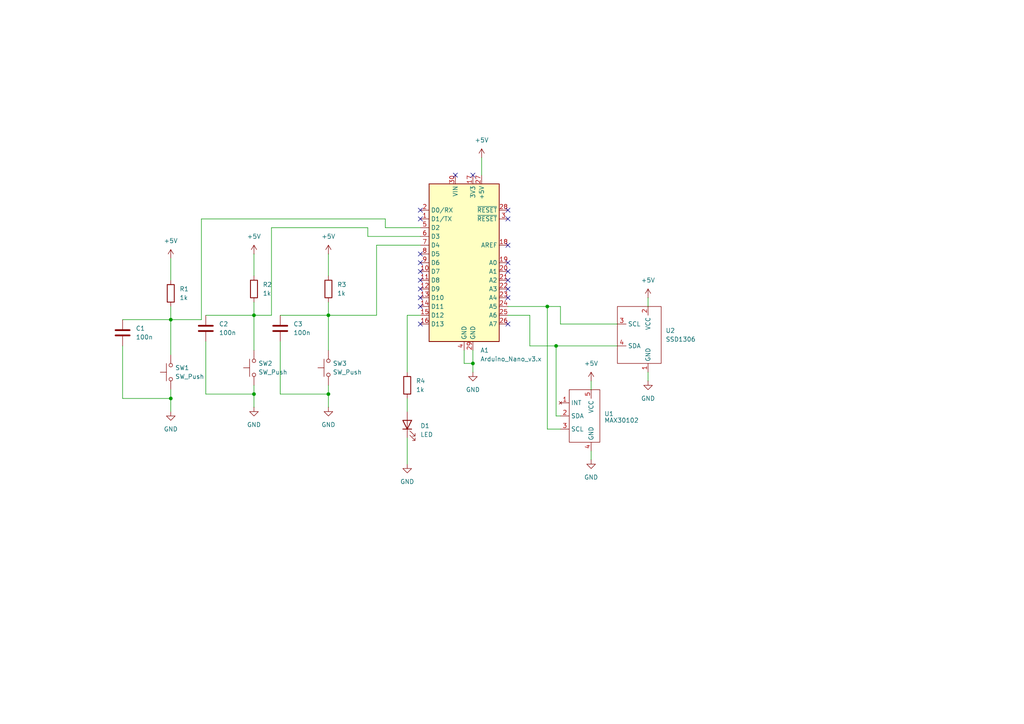
<source format=kicad_sch>
(kicad_sch (version 20250114) (generator "eeschema") (generator_version "9.0")
  (paper "A4")
  (lib_symbols
    (symbol "Device:C" (pin_numbers (hide yes)) (pin_names (offset 0.254))
      (property "Reference" "C" (at 0.635 2.54 0))
      (property "Value" "C" (at 0.635 -2.54 0))
      (symbol "C_0_1"
        (polyline (pts (xy -2.032 0.762) (xy 2.032 0.762)) (stroke (width 0.508)))
        (polyline (pts (xy -2.032 -0.762) (xy 2.032 -0.762)) (stroke (width 0.508)))
      )
      (symbol "C_1_1"
        (pin passive line (at 0 3.81 270) (length 2.794) (name "~") (number "1"))
        (pin passive line (at 0 -3.81 90) (length 2.794) (name "~") (number "2"))
      )
    )
    (symbol "Device:LED" (pin_numbers (hide yes)) (pin_names (offset 1.016) (hide yes))
      (property "Reference" "D" (at 0 2.54 0))
      (property "Value" "LED" (at 0 -2.54 0))
      (symbol "LED_0_1"
        (polyline (pts (xy -3.048 -0.762) (xy -4.572 -2.286) (xy -3.81 -2.286) (xy -4.572 -2.286) (xy -4.572 -1.524)))
        (polyline (pts (xy -1.778 -0.762) (xy -3.302 -2.286) (xy -2.54 -2.286) (xy -3.302 -2.286) (xy -3.302 -1.524)))
        (polyline (pts (xy -1.27 0) (xy 1.27 0)))
        (polyline (pts (xy -1.27 -1.27) (xy -1.27 1.27)) (stroke (width 0.254)))
        (polyline (pts (xy 1.27 -1.27) (xy 1.27 1.27) (xy -1.27 0) (xy 1.27 -1.27)) (stroke (width 0.254)))
      )
      (symbol "LED_1_1"
        (pin passive line (at -3.81 0 0) (length 2.54) (name "K") (number "1"))
        (pin passive line (at 3.81 0 180) (length 2.54) (name "A") (number "2"))
      )
    )
    (symbol "Device:R" (pin_numbers (hide yes)) (pin_names (offset 0))
      (property "Reference" "R" (at 2.032 0 90))
      (property "Value" "R" (at 0 0 90))
      (symbol "R_0_1"
        (rectangle (start -1.016 -2.54) (end 1.016 2.54) (stroke (width 0.254)))
      )
      (symbol "R_1_1"
        (pin passive line (at 0 3.81 270) (length 1.27) (name "~") (number "1"))
        (pin passive line (at 0 -3.81 90) (length 1.27) (name "~") (number "2"))
      )
    )
    (symbol "MCU_Module:Arduino_Nano_v3.x"
      (property "Reference" "A" (at -10.16 23.495 0))
      (property "Value" "Arduino_Nano_v3.x" (at 5.08 -24.13 0))
      (symbol "Arduino_Nano_v3.x_0_1"
        (rectangle (start -10.16 22.86) (end 10.16 -22.86) (stroke (width 0.254)) (fill (type background)))
      )
      (symbol "Arduino_Nano_v3.x_1_1"
        (pin bidirectional line (at -12.7 15.24 0) (length 2.54) (name "D0/RX") (number "2"))
        (pin bidirectional line (at -12.7 12.7 0) (length 2.54) (name "D1/TX") (number "1"))
        (pin bidirectional line (at -12.7 10.16 0) (length 2.54) (name "D2") (number "5"))
        (pin bidirectional line (at -12.7 7.62 0) (length 2.54) (name "D3") (number "6"))
        (pin bidirectional line (at -12.7 5.08 0) (length 2.54) (name "D4") (number "7"))
        (pin bidirectional line (at -12.7 2.54 0) (length 2.54) (name "D5") (number "8"))
        (pin bidirectional line (at -12.7 0 0) (length 2.54) (name "D6") (number "9"))
        (pin bidirectional line (at -12.7 -2.54 0) (length 2.54) (name "D7") (number "10"))
        (pin bidirectional line (at -12.7 -5.08 0) (length 2.54) (name "D8") (number "11"))
        (pin bidirectional line (at -12.7 -7.62 0) (length 2.54) (name "D9") (number "12"))
        (pin bidirectional line (at -12.7 -10.16 0) (length 2.54) (name "D10") (number "13"))
        (pin bidirectional line (at -12.7 -12.7 0) (length 2.54) (name "D11") (number "14"))
        (pin bidirectional line (at -12.7 -15.24 0) (length 2.54) (name "D12") (number "15"))
        (pin bidirectional line (at -12.7 -17.78 0) (length 2.54) (name "D13") (number "16"))
        (pin power_in line (at -2.54 25.4 270) (length 2.54) (name "VIN") (number "30"))
        (pin power_in line (at 0 -25.4 90) (length 2.54) (name "GND") (number "4"))
        (pin power_out line (at 2.54 25.4 270) (length 2.54) (name "3V3") (number "17"))
        (pin power_in line (at 2.54 -25.4 90) (length 2.54) (name "GND") (number "29"))
        (pin power_out line (at 5.08 25.4 270) (length 2.54) (name "+5V") (number "27"))
        (pin input line (at 12.7 15.24 180) (length 2.54) (name "~{RESET}") (number "28"))
        (pin input line (at 12.7 12.7 180) (length 2.54) (name "~{RESET}") (number "3"))
        (pin input line (at 12.7 5.08 180) (length 2.54) (name "AREF") (number "18"))
        (pin bidirectional line (at 12.7 0 180) (length 2.54) (name "A0") (number "19"))
        (pin bidirectional line (at 12.7 -2.54 180) (length 2.54) (name "A1") (number "20"))
        (pin bidirectional line (at 12.7 -5.08 180) (length 2.54) (name "A2") (number "21"))
        (pin bidirectional line (at 12.7 -7.62 180) (length 2.54) (name "A3") (number "22"))
        (pin bidirectional line (at 12.7 -10.16 180) (length 2.54) (name "A4") (number "23"))
        (pin bidirectional line (at 12.7 -12.7 180) (length 2.54) (name "A5") (number "24"))
        (pin bidirectional line (at 12.7 -15.24 180) (length 2.54) (name "A6") (number "25"))
        (pin bidirectional line (at 12.7 -17.78 180) (length 2.54) (name "A7") (number "26"))
      )
    )
    (symbol "Switch:SW_Push" (pin_numbers (hide yes)) (pin_names (offset 1.016) (hide yes))
      (property "Reference" "SW" (at 1.27 2.54 0))
      (property "Value" "SW_Push" (at 0 -1.524 0))
      (symbol "SW_Push_0_1"
        (circle (center -2.032 0) (radius 0.508))
        (polyline (pts (xy 0 1.27) (xy 0 3.048)))
        (circle (center 2.032 0) (radius 0.508))
        (polyline (pts (xy 2.54 1.27) (xy -2.54 1.27)))
        (pin passive line (at -5.08 0 0) (length 2.54) (name "1") (number "1"))
        (pin passive line (at 5.08 0 180) (length 2.54) (name "2") (number "2"))
      )
    )
    (symbol "power:+5V" (power) (pin_numbers (hide yes)) (pin_names (offset 0) (hide yes))
      (property "Value" "+5V" (at 0 3.556 0))
      (symbol "+5V_0_1"
        (polyline (pts (xy -0.762 1.27) (xy 0 2.54)))
        (polyline (pts (xy 0 2.54) (xy 0.762 1.27)))
        (polyline (pts (xy 0 0) (xy 0 2.54)))
      )
      (symbol "+5V_1_1"
        (pin power_in line (at 0 0 90) (length 0) (name "~") (number "1"))
      )
    )
    (symbol "power:GND" (power) (pin_numbers (hide yes)) (pin_names (offset 0) (hide yes))
      (property "Value" "GND" (at 0 -3.81 0))
      (symbol "GND_0_1"
        (polyline (pts (xy 0 0) (xy 0 -1.27) (xy 1.27 -1.27) (xy 0 -2.54) (xy -1.27 -1.27) (xy 0 -1.27)))
      )
      (symbol "GND_1_1"
        (pin power_in line (at 0 0 270) (length 0) (name "~") (number "1"))
      )
    )
    (symbol "spo2:MAX30102_Module"
      (property "Reference" "U" (at 0 0 0))
      (symbol "MAX30102_Module_0_1"
        (rectangle (start -3.81 7.62) (end 5.08 -7.62))
      )
      (symbol "MAX30102_Module_1_1"
        (pin no_connect line (at -6.35 3.81 0) (length 2.54) (name "INT") (number "1"))
        (pin bidirectional line (at -6.35 0 0) (length 2.54) (name "SDA") (number "2"))
        (pin input line (at -6.35 -3.81 0) (length 2.54) (name "SCL") (number "3"))
        (pin power_in line (at 2.54 7.62 270) (length 2.54) (name "VCC") (number "5"))
        (pin power_in line (at 2.54 -10.16 90) (length 2.54) (name "GND") (number "4"))
      )
    )
    (symbol "spo2:SSD1306"
      (property "Reference" "U" (at 0 0 0))
      (property "Value" "SSD1306" (at 11.43 -0.508 0))
      (symbol "SSD1306_0_1"
        (rectangle (start -6.35 7.62) (end 6.35 -8.89))
      )
      (symbol "SSD1306_1_1"
        (pin input line (at -6.35 2.54 0) (length 2.54) (name "SCL") (number "3"))
        (pin bidirectional line (at -6.35 -3.81 0) (length 2.54) (name "SDA") (number "4"))
        (pin power_in line (at 2.54 7.62 270) (length 2.54) (name "VCC") (number "2"))
        (pin power_in line (at 2.54 -11.43 90) (length 2.54) (name "GND") (number "1"))
      )
    )
  )
  (junction (at 95.25 114.3))
  (junction (at 73.66 114.3))
  (junction (at 95.25 91.44))
  (junction (at 49.53 92.71))
  (junction (at 161.29 100.33))
  (junction (at 73.66 91.44))
  (junction (at 158.75 88.9))
  (junction (at 49.53 115.57))
  (junction (at 137.16 105.41))
  (no_connect (at 121.92 73.66))
  (no_connect (at 137.16 50.8))
  (no_connect (at 121.92 81.28))
  (no_connect (at 147.32 86.36))
  (no_connect (at 121.92 63.5))
  (no_connect (at 121.92 93.98))
  (no_connect (at 147.32 93.98))
  (no_connect (at 121.92 83.82))
  (no_connect (at 132.08 50.8))
  (no_connect (at 147.32 71.12))
  (no_connect (at 121.92 60.96))
  (no_connect (at 121.92 76.2))
  (no_connect (at 147.32 83.82))
  (no_connect (at 147.32 81.28))
  (no_connect (at 147.32 78.74))
  (no_connect (at 147.32 60.96))
  (no_connect (at 121.92 88.9))
  (no_connect (at 121.92 86.36))
  (no_connect (at 147.32 63.5))
  (no_connect (at 121.92 78.74))
  (no_connect (at 147.32 76.2))
  (wire (pts (xy 78.74 91.44) (xy 78.74 66.04)))
  (wire (pts (xy 59.69 91.44) (xy 73.66 91.44)))
  (wire (pts (xy 73.66 91.44) (xy 78.74 91.44)))
  (wire (pts (xy 73.66 73.66) (xy 73.66 80.01)))
  (wire (pts (xy 111.76 63.5) (xy 111.76 66.04)))
  (wire (pts (xy 49.53 74.93) (xy 49.53 81.28)))
  (wire (pts (xy 118.11 107.95) (xy 118.11 91.44)))
  (wire (pts (xy 49.53 88.9) (xy 49.53 92.71)))
  (wire (pts (xy 158.75 88.9) (xy 162.56 88.9)))
  (wire (pts (xy 171.45 130.81) (xy 171.45 133.35)))
  (wire (pts (xy 162.56 124.46) (xy 158.75 124.46)))
  (wire (pts (xy 187.96 107.95) (xy 187.96 110.49)))
  (wire (pts (xy 95.25 114.3) (xy 95.25 118.11)))
  (wire (pts (xy 161.29 120.65) (xy 161.29 100.33)))
  (wire (pts (xy 73.66 111.76) (xy 73.66 114.3)))
  (wire (pts (xy 118.11 127) (xy 118.11 134.62)))
  (wire (pts (xy 95.25 91.44) (xy 109.22 91.44)))
  (wire (pts (xy 109.22 91.44) (xy 109.22 71.12)))
  (wire (pts (xy 81.28 99.06) (xy 81.28 114.3)))
  (wire (pts (xy 59.69 114.3) (xy 73.66 114.3)))
  (wire (pts (xy 81.28 114.3) (xy 95.25 114.3)))
  (wire (pts (xy 35.56 92.71) (xy 49.53 92.71)))
  (wire (pts (xy 153.67 91.44) (xy 153.67 100.33)))
  (wire (pts (xy 139.7 45.72) (xy 139.7 50.8)))
  (wire (pts (xy 58.42 63.5) (xy 111.76 63.5)))
  (wire (pts (xy 49.53 113.03) (xy 49.53 115.57)))
  (wire (pts (xy 95.25 87.63) (xy 95.25 91.44)))
  (wire (pts (xy 162.56 93.98) (xy 179.07 93.98)))
  (wire (pts (xy 78.74 66.04) (xy 106.68 66.04)))
  (wire (pts (xy 73.66 114.3) (xy 73.66 118.11)))
  (wire (pts (xy 95.25 111.76) (xy 95.25 114.3)))
  (wire (pts (xy 95.25 91.44) (xy 95.25 101.6)))
  (wire (pts (xy 81.28 91.44) (xy 95.25 91.44)))
  (wire (pts (xy 35.56 115.57) (xy 49.53 115.57)))
  (wire (pts (xy 187.96 86.36) (xy 187.96 88.9)))
  (wire (pts (xy 49.53 92.71) (xy 58.42 92.71)))
  (wire (pts (xy 59.69 99.06) (xy 59.69 114.3)))
  (wire (pts (xy 106.68 66.04) (xy 106.68 68.58)))
  (wire (pts (xy 134.62 101.6) (xy 134.62 105.41)))
  (wire (pts (xy 111.76 66.04) (xy 121.92 66.04)))
  (wire (pts (xy 147.32 91.44) (xy 153.67 91.44)))
  (wire (pts (xy 134.62 105.41) (xy 137.16 105.41)))
  (wire (pts (xy 162.56 88.9) (xy 162.56 93.98)))
  (wire (pts (xy 49.53 92.71) (xy 49.53 102.87)))
  (wire (pts (xy 109.22 71.12) (xy 121.92 71.12)))
  (wire (pts (xy 58.42 92.71) (xy 58.42 63.5)))
  (wire (pts (xy 137.16 101.6) (xy 137.16 105.41)))
  (wire (pts (xy 95.25 73.66) (xy 95.25 80.01)))
  (wire (pts (xy 118.11 91.44) (xy 121.92 91.44)))
  (wire (pts (xy 158.75 124.46) (xy 158.75 88.9)))
  (wire (pts (xy 161.29 100.33) (xy 179.07 100.33)))
  (wire (pts (xy 73.66 87.63) (xy 73.66 91.44)))
  (wire (pts (xy 73.66 91.44) (xy 73.66 101.6)))
  (wire (pts (xy 171.45 110.49) (xy 171.45 113.03)))
  (wire (pts (xy 49.53 115.57) (xy 49.53 119.38)))
  (wire (pts (xy 153.67 100.33) (xy 161.29 100.33)))
  (wire (pts (xy 147.32 88.9) (xy 158.75 88.9)))
  (wire (pts (xy 35.56 100.33) (xy 35.56 115.57)))
  (wire (pts (xy 118.11 115.57) (xy 118.11 119.38)))
  (wire (pts (xy 106.68 68.58) (xy 121.92 68.58)))
  (wire (pts (xy 162.56 120.65) (xy 161.29 120.65)))
  (wire (pts (xy 137.16 105.41) (xy 137.16 107.95)))
  (symbol (lib_id "spo2:MAX30102_Module") (at 168.91 120.65 0) (unit 1)
    (property "Reference" "U1" (at 175.26 120.0149 0) (effects (justify left)))
    (property "Value" "MAX30102" (at 175.26 121.92 0) (effects (justify left)))
  )
  (symbol (lib_id "power:+5V") (at 187.96 86.36 0) (unit 1)
    (property "Reference" "#PWR013" (effects (hide yes)))
    (property "Value" "+5V" (at 187.96 81.28 0))
    (property "Description" "Power symbol creates a global label with name \"+5V\"" (effects (hide yes)))
  )
  (symbol (lib_id "power:GND") (at 118.11 134.62 0) (unit 1)
    (property "Reference" "#PWR09" (effects (hide yes)))
    (property "Value" "GND" (at 118.11 139.7 0))
    (property "Description" "Power symbol creates a global label with name \"GND\" , ground" (effects (hide yes)))
  )
  (symbol (lib_id "Switch:SW_Push") (at 73.66 106.68 90) (unit 1)
    (property "Reference" "SW2" (at 74.93 105.4099 90) (effects (justify right)))
    (property "Value" "SW_Push" (at 74.93 107.9499 90) (effects (justify right)))
    (property "Description" "Push button switch, generic, two pins" (effects (hide yes)))
  )
  (symbol (lib_id "spo2:SSD1306") (at 185.42 96.52 0) (unit 1)
    (property "Reference" "U2" (at 193.04 95.8849 0) (effects (justify left)))
    (property "Value" "SSD1306" (at 193.04 98.4249 0) (effects (justify left)))
  )
  (symbol (lib_id "power:GND") (at 187.96 110.49 0) (unit 1)
    (property "Reference" "#PWR011" (effects (hide yes)))
    (property "Value" "GND" (at 187.96 115.57 0))
    (property "Description" "Power symbol creates a global label with name \"GND\" , ground" (effects (hide yes)))
  )
  (symbol (lib_id "Device:R") (at 95.25 83.82 0) (unit 1)
    (property "Reference" "R3" (at 97.79 82.5499 0) (effects (justify left)))
    (property "Value" "1k" (at 97.79 85.0899 0) (effects (justify left)))
    (property "Description" "Resistor" (effects (hide yes)))
  )
  (symbol (lib_id "Device:R") (at 73.66 83.82 0) (unit 1)
    (property "Reference" "R2" (at 76.2 82.5499 0) (effects (justify left)))
    (property "Value" "1k" (at 76.2 85.0899 0) (effects (justify left)))
    (property "Description" "Resistor" (effects (hide yes)))
  )
  (symbol (lib_id "Device:C") (at 59.69 95.25 0) (unit 1)
    (property "Reference" "C2" (at 63.5 93.9799 0) (effects (justify left)))
    (property "Value" "100n" (at 63.5 96.5199 0) (effects (justify left)))
    (property "Description" "Unpolarized capacitor" (effects (hide yes)))
  )
  (symbol (lib_id "MCU_Module:Arduino_Nano_v3.x") (at 134.62 76.2 0) (unit 1)
    (property "Reference" "A1" (at 139.3033 101.6 0) (effects (justify left)))
    (property "Value" "Arduino_Nano_v3.x" (at 139.3033 104.14 0) (effects (justify left)))
    (property "Footprint" "Module:Arduino_Nano" (effects (hide yes)))
    (property "Datasheet" "http://www.mouser.com/pdfdocs/Gravitech_Arduino_Nano3_0.pdf" (effects (hide yes)))
    (property "Description" "Arduino Nano v3.x" (effects (hide yes)))
  )
  (symbol (lib_id "Device:C") (at 35.56 96.52 0) (unit 1)
    (property "Reference" "C1" (at 39.37 95.2499 0) (effects (justify left)))
    (property "Value" "100n" (at 39.37 97.7899 0) (effects (justify left)))
    (property "Description" "Unpolarized capacitor" (effects (hide yes)))
  )
  (symbol (lib_id "power:+5V") (at 139.7 45.72 0) (unit 1)
    (property "Reference" "#PWR01" (effects (hide yes)))
    (property "Value" "+5V" (at 139.7 40.64 0))
    (property "Description" "Power symbol creates a global label with name \"+5V\"" (effects (hide yes)))
  )
  (symbol (lib_id "power:+5V") (at 73.66 73.66 0) (unit 1)
    (property "Reference" "#PWR05" (effects (hide yes)))
    (property "Value" "+5V" (at 73.66 68.58 0))
    (property "Description" "Power symbol creates a global label with name \"+5V\"" (effects (hide yes)))
  )
  (symbol (lib_id "power:GND") (at 49.53 119.38 0) (unit 1)
    (property "Reference" "#PWR04" (effects (hide yes)))
    (property "Value" "GND" (at 49.53 124.46 0))
    (property "Description" "Power symbol creates a global label with name \"GND\" , ground" (effects (hide yes)))
  )
  (symbol (lib_id "power:+5V") (at 49.53 74.93 0) (unit 1)
    (property "Reference" "#PWR03" (effects (hide yes)))
    (property "Value" "+5V" (at 49.53 69.85 0))
    (property "Description" "Power symbol creates a global label with name \"+5V\"" (effects (hide yes)))
  )
  (symbol (lib_id "Device:LED") (at 118.11 123.19 90) (unit 1)
    (property "Reference" "D1" (at 121.92 123.5074 90) (effects (justify right)))
    (property "Value" "LED" (at 121.92 126.0474 90) (effects (justify right)))
    (property "Description" "Light emitting diode" (effects (hide yes)))
    (property "Sim.Pins" "1=K 2=A" (effects (hide yes)))
  )
  (symbol (lib_id "Device:C") (at 81.28 95.25 0) (unit 1)
    (property "Reference" "C3" (at 85.09 93.9799 0) (effects (justify left)))
    (property "Value" "100n" (at 85.09 96.5199 0) (effects (justify left)))
    (property "Description" "Unpolarized capacitor" (effects (hide yes)))
  )
  (symbol (lib_id "power:+5V") (at 95.25 73.66 0) (unit 1)
    (property "Reference" "#PWR07" (effects (hide yes)))
    (property "Value" "+5V" (at 95.25 68.58 0))
    (property "Description" "Power symbol creates a global label with name \"+5V\"" (effects (hide yes)))
  )
  (symbol (lib_id "Switch:SW_Push") (at 49.53 107.95 90) (unit 1)
    (property "Reference" "SW1" (at 50.8 106.6799 90) (effects (justify right)))
    (property "Value" "SW_Push" (at 50.8 109.2199 90) (effects (justify right)))
    (property "Description" "Push button switch, generic, two pins" (effects (hide yes)))
  )
  (symbol (lib_id "power:GND") (at 171.45 133.35 0) (unit 1)
    (property "Reference" "#PWR010" (effects (hide yes)))
    (property "Value" "GND" (at 171.45 138.43 0))
    (property "Description" "Power symbol creates a global label with name \"GND\" , ground" (effects (hide yes)))
  )
  (symbol (lib_id "Device:R") (at 49.53 85.09 0) (unit 1)
    (property "Reference" "R1" (at 52.07 83.8199 0) (effects (justify left)))
    (property "Value" "1k" (at 52.07 86.3599 0) (effects (justify left)))
    (property "Description" "Resistor" (effects (hide yes)))
  )
  (symbol (lib_id "Switch:SW_Push") (at 95.25 106.68 90) (unit 1)
    (property "Reference" "SW3" (at 96.52 105.4099 90) (effects (justify right)))
    (property "Value" "SW_Push" (at 96.52 107.9499 90) (effects (justify right)))
    (property "Description" "Push button switch, generic, two pins" (effects (hide yes)))
  )
  (symbol (lib_id "power:GND") (at 137.16 107.95 0) (unit 1)
    (property "Reference" "#PWR02" (effects (hide yes)))
    (property "Value" "GND" (at 137.16 113.03 0))
    (property "Description" "Power symbol creates a global label with name \"GND\" , ground" (effects (hide yes)))
  )
  (symbol (lib_id "power:+5V") (at 171.45 110.49 0) (unit 1)
    (property "Reference" "#PWR012" (effects (hide yes)))
    (property "Value" "+5V" (at 171.45 105.41 0))
    (property "Description" "Power symbol creates a global label with name \"+5V\"" (effects (hide yes)))
  )
  (symbol (lib_id "Device:R") (at 118.11 111.76 0) (unit 1)
    (property "Reference" "R4" (at 120.65 110.4899 0) (effects (justify left)))
    (property "Value" "1k" (at 120.65 113.0299 0) (effects (justify left)))
    (property "Description" "Resistor" (effects (hide yes)))
  )
  (symbol (lib_id "power:GND") (at 95.25 118.11 0) (unit 1)
    (property "Reference" "#PWR08" (effects (hide yes)))
    (property "Value" "GND" (at 95.25 123.19 0))
    (property "Description" "Power symbol creates a global label with name \"GND\" , ground" (effects (hide yes)))
  )
  (symbol (lib_id "power:GND") (at 73.66 118.11 0) (unit 1)
    (property "Reference" "#PWR06" (effects (hide yes)))
    (property "Value" "GND" (at 73.66 123.19 0))
    (property "Description" "Power symbol creates a global label with name \"GND\" , ground" (effects (hide yes)))
  )
)
</source>
